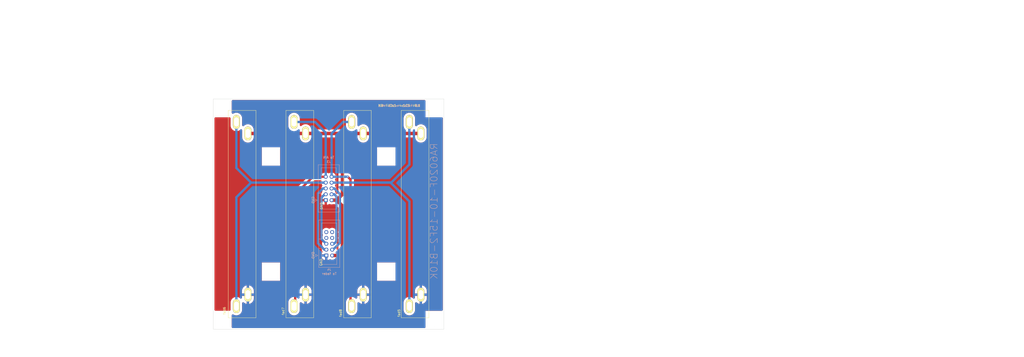
<source format=kicad_pcb>
(kicad_pcb (version 20221018) (generator pcbnew)
  (layers (0 "F.Cu" signal) (31 "B.Cu" signal) (34 "B.Paste" user) (35 "F.Paste" user) (36 "B.SilkS" user "B.Silkscreen") (37 "F.SilkS" user "F.Silkscreen") (38 "B.Mask" user) (39 "F.Mask" user) (44 "Edge.Cuts" user))
  (net 0 "")
  (net 1 "Net-(J3-A2)")
  (net 2 "Net-(J3-A3)")
  (net 3 "+3V0")
  (net 4 "GND")
  (net 5 "Net-(J3-A1)")
  (net 6 "Net-(J3-A0)")
  (net 7 "Net-(J3-A7)")
  (net 8 "Net-(J3-A6)")
  (net 9 "Net-(J3-A5)")
  (net 10 "Net-(J3-A4)")
  (footprint "MountingHole:MountingHole_3.2mm_M3" (layer "F.Cu") (at 155 65)
    (fp_text reference "H2" hide)
    (fp_text value "MountingHole" hide)
    (pad "" np_thru_hole circle (at 0 0) (size 3.2 3.2) (drill 3.2) (layers "*.Cu" "*.Mask"))
  )
  (footprint "MountingHole:MountingHole_3.2mm_M3" (layer "F.Cu") (at 155 115)
    (fp_text reference "H4" hide)
    (fp_text value "MountingHole" hide)
    (pad "" np_thru_hole circle (at 0 0) (size 3.2 3.2) (drill 3.2) (layers "*.Cu" "*.Mask"))
  )
  (footprint "ksir 2022:fader" (layer "F.Cu") (at 136.5 135)
    (fp_text reference "fad8" (at -1.3 -2 90 unlocked) (layer "F.SilkS"))
    (fp_text value "fad" hide)
    (fp_line (start 0 0) (end 0 -90) (stroke (width 0.15)) (layer "F.SilkS"))
    (fp_line (start 12 -90) (end 0 -90) (stroke (width 0.15)) (layer "F.SilkS"))
    (fp_line (start 12 -89) (end 12 -90) (stroke (width 0.15)) (layer "F.SilkS"))
    (fp_line (start 12 0) (end 0 0) (stroke (width 0.15)) (layer "F.SilkS"))
    (fp_line (start 12 0) (end 12 -89) (stroke (width 0.15)) (layer "F.SilkS"))
    (pad "1" thru_hole oval (at 8.5 -10) (size 3 6) (drill oval 2 4) (layers "*.Cu" "*.Mask" "F.SilkS") (net 4 "GND"))
    (pad "2" thru_hole oval (at 3.5 -85) (size 3 6) (drill oval 2 4) (layers "*.Cu" "*.Mask" "F.SilkS") (net 6 "Net-(J3-A0)"))
    (pad "2" thru_hole oval (at 3.5 -5) (size 3 6) (drill oval 2 4) (layers "*.Cu" "*.Mask" "F.SilkS") (net 6 "Net-(J3-A0)"))
    (pad "3" thru_hole oval (at 8.5 -80) (size 3 6) (drill oval 2 4) (layers "*.Cu" "*.Mask" "F.SilkS") (net 3 "+3V0"))
  )
  (footprint "MountingHole:MountingHole_3.2mm_M3" (layer "F.Cu") (at 105 115)
    (fp_text reference "H3" hide)
    (fp_text value "MountingHole" hide)
    (pad "" np_thru_hole circle (at 0 0) (size 3.2 3.2) (drill 3.2) (layers "*.Cu" "*.Mask"))
  )
  (footprint "ksir 2022:fader" (layer "F.Cu") (at 161.5 135)
    (fp_text reference "fad5" (at -1 -2 90 unlocked) (layer "F.SilkS"))
    (fp_text value "fad" hide)
    (fp_line (start 0 0) (end 0 -90) (stroke (width 0.15)) (layer "F.SilkS"))
    (fp_line (start 12 -90) (end 0 -90) (stroke (width 0.15)) (layer "F.SilkS"))
    (fp_line (start 12 -89) (end 12 -90) (stroke (width 0.15)) (layer "F.SilkS"))
    (fp_line (start 12 0) (end 0 0) (stroke (width 0.15)) (layer "F.SilkS"))
    (fp_line (start 12 0) (end 12 -89) (stroke (width 0.15)) (layer "F.SilkS"))
    (pad "1" thru_hole oval (at 8.5 -10) (size 3 6) (drill oval 2 4) (layers "*.Cu" "*.Mask" "F.SilkS") (net 4 "GND"))
    (pad "2" thru_hole oval (at 3.5 -85) (size 3 6) (drill oval 2 4) (layers "*.Cu" "*.Mask" "F.SilkS") (net 1 "Net-(J3-A2)"))
    (pad "2" thru_hole oval (at 3.5 -5) (size 3 6) (drill oval 2 4) (layers "*.Cu" "*.Mask" "F.SilkS") (net 1 "Net-(J3-A2)"))
    (pad "3" thru_hole oval (at 8.5 -80) (size 3 6) (drill oval 2 4) (layers "*.Cu" "*.Mask" "F.SilkS") (net 3 "+3V0"))
  )
  (footprint "MountingHole:MountingHole_3.2mm_M3" (layer "F.Cu") (at 105 65)
    (fp_text reference "H1" hide)
    (fp_text value "MountingHole" hide)
    (pad "" np_thru_hole circle (at 0 0) (size 3.2 3.2) (drill 3.2) (layers "*.Cu" "*.Mask"))
  )
  (footprint "ksir 2022:fader" (layer "F.Cu") (at 111.5 135)
    (fp_text reference "fad7" (at -1.2 -2.8 90 unlocked) (layer "F.SilkS"))
    (fp_text value "fad" hide)
    (fp_line (start 0 0) (end 0 -90) (stroke (width 0.15)) (layer "F.SilkS"))
    (fp_line (start 12 -90) (end 0 -90) (stroke (width 0.15)) (layer "F.SilkS"))
    (fp_line (start 12 -89) (end 12 -90) (stroke (width 0.15)) (layer "F.SilkS"))
    (fp_line (start 12 0) (end 0 0) (stroke (width 0.15)) (layer "F.SilkS"))
    (fp_line (start 12 0) (end 12 -89) (stroke (width 0.15)) (layer "F.SilkS"))
    (pad "1" thru_hole oval (at 8.5 -10) (size 3 6) (drill oval 2 4) (layers "*.Cu" "*.Mask" "F.SilkS") (net 4 "GND"))
    (pad "2" thru_hole oval (at 3.5 -85) (size 3 6) (drill oval 2 4) (layers "*.Cu" "*.Mask" "F.SilkS") (net 5 "Net-(J3-A1)"))
    (pad "2" thru_hole oval (at 3.5 -5) (size 3 6) (drill oval 2 4) (layers "*.Cu" "*.Mask" "F.SilkS") (net 5 "Net-(J3-A1)"))
    (pad "3" thru_hole oval (at 8.5 -80) (size 3 6) (drill oval 2 4) (layers "*.Cu" "*.Mask" "F.SilkS") (net 3 "+3V0"))
  )
  (footprint "ksir 2022:fader" (layer "F.Cu") (at 86.5 135)
    (fp_text reference "fad6" (at -1.7 -3 90 unlocked) (layer "F.SilkS"))
    (fp_text value "fad" hide)
    (fp_line (start 0 0) (end 0 -90) (stroke (width 0.15)) (layer "F.SilkS"))
    (fp_line (start 12 -90) (end 0 -90) (stroke (width 0.15)) (layer "F.SilkS"))
    (fp_line (start 12 -89) (end 12 -90) (stroke (width 0.15)) (layer "F.SilkS"))
    (fp_line (start 12 0) (end 0 0) (stroke (width 0.15)) (layer "F.SilkS"))
    (fp_line (start 12 0) (end 12 -89) (stroke (width 0.15)) (layer "F.SilkS"))
    (pad "1" thru_hole oval (at 8.5 -10) (size 3 6) (drill oval 2 4) (layers "*.Cu" "*.Mask" "F.SilkS") (net 4 "GND"))
    (pad "2" thru_hole oval (at 3.5 -85) (size 3 6) (drill oval 2 4) (layers "*.Cu" "*.Mask" "F.SilkS") (net 2 "Net-(J3-A3)"))
    (pad "2" thru_hole oval (at 3.5 -5) (size 3 6) (drill oval 2 4) (layers "*.Cu" "*.Mask" "F.SilkS") (net 2 "Net-(J3-A3)"))
    (pad "3" thru_hole oval (at 8.5 -80) (size 3 6) (drill oval 2 4) (layers "*.Cu" "*.Mask" "F.SilkS") (net 3 "+3V0"))
  )
  (footprint "MountingHole:MountingHole_3.2mm_M3" (layer "F.Cu") (at 176 44)
    (fp_text reference "H1" hide)
    (fp_text value "MountingHole" hide)
    (pad "" np_thru_hole circle (at 0 0) (size 3.2 3.2) (drill 3.2) (layers "*.Cu" "*.Mask"))
  )
  (footprint "MountingHole:MountingHole_3.2mm_M3" (layer "F.Cu") (at 84 136)
    (fp_text reference "H3" hide)
    (fp_text value "MountingHole" hide)
    (pad "" np_thru_hole circle (at 0 0) (size 3.2 3.2) (drill 3.2) (layers "*.Cu" "*.Mask"))
  )
  (footprint "MountingHole:MountingHole_3.2mm_M3" (layer "F.Cu") (at 84 44)
    (fp_text reference "H4" hide)
    (fp_text value "MountingHole" hide)
    (pad "" np_thru_hole circle (at 0 0) (size 3.2 3.2) (drill 3.2) (layers "*.Cu" "*.Mask"))
  )
  (footprint "MountingHole:MountingHole_3.2mm_M3" (layer "F.Cu") (at 176 136)
    (fp_text reference "H2" hide)
    (fp_text value "MountingHole" hide)
    (pad "" np_thru_hole circle (at 0 0) (size 3.2 3.2) (drill 3.2) (layers "*.Cu" "*.Mask"))
  )
  (footprint "Connector_IDC:IDC-Header_2x05_P2.54mm_Vertical" (layer "B.Cu") (at 128.7535 83.968)
    (fp_text reference "J3" (at 1.3465 -16.668) (layer "B.SilkS") (effects (justify mirror)))
    (fp_text value "IDC-Header_2x05_P2.54mm_Vertical" hide)
    (fp_line (start -4.68 -0.5) (end -3.68 0) (stroke (width 0.12)) (layer "B.SilkS"))
    (fp_line (start -4.68 0.5) (end -4.68 -0.5) (stroke (width 0.12)) (layer "B.SilkS"))
    (fp_line (start -3.68 0) (end -4.68 0.5) (stroke (width 0.12)) (layer "B.SilkS"))
    (fp_line (start -3.29 -15.37) (end -3.29 5.21) (stroke (width 0.12)) (layer "B.SilkS"))
    (fp_line (start -3.29 -3.03) (end -1.98 -3.03) (stroke (width 0.12)) (layer "B.SilkS"))
    (fp_line (start -3.29 5.21) (end 5.83 5.21) (stroke (width 0.12)) (layer "B.SilkS"))
    (fp_line (start -1.98 -14.07) (end -1.98 -7.13) (stroke (width 0.12)) (layer "B.SilkS"))
    (fp_line (start -1.98 -7.13) (end -3.29 -7.13) (stroke (width 0.12)) (layer "B.SilkS"))
    (fp_line (start -1.98 -7.13) (end -1.98 -7.13) (stroke (width 0.12)) (layer "B.SilkS"))
    (fp_line (start -1.98 -3.03) (end -1.98 3.91) (stroke (width 0.12)) (layer "B.SilkS"))
    (fp_line (start -1.98 3.91) (end 4.52 3.91) (stroke (width 0.12)) (layer "B.SilkS"))
    (fp_line (start 4.52 -14.07) (end -1.98 -14.07) (stroke (width 0.12)) (layer "B.SilkS"))
    (fp_line (start 4.52 3.91) (end 4.52 -14.07) (stroke (width 0.12)) (layer "B.SilkS"))
    (fp_line (start 5.83 -15.37) (end -3.29 -15.37) (stroke (width 0.12)) (layer "B.SilkS"))
    (fp_line (start 5.83 5.21) (end 5.83 -15.37) (stroke (width 0.12)) (layer "B.SilkS"))
    (pad "1" thru_hole roundrect (at 0 0) (size 1.7 1.7) (drill 1) (layers "F&B.Cu" "*.Mask") (roundrect_rratio 0.1470588235) (net 4 "GND"))
    (pad "2" thru_hole circle (at 2.54 0) (size 1.7 1.7) (drill 1) (layers "F&B.Cu" "*.Mask") (net 3 "+3V0"))
    (pad "3" thru_hole circle (at 0 -2.54) (size 1.7 1.7) (drill 1) (layers "F&B.Cu" "*.Mask") (net 7 "Net-(J3-A7)"))
    (pad "4" thru_hole circle (at 2.54 -2.54) (size 1.7 1.7) (drill 1) (layers "F&B.Cu" "*.Mask") (net 8 "Net-(J3-A6)"))
    (pad "5" thru_hole circle (at 0 -5.08) (size 1.7 1.7) (drill 1) (layers "F&B.Cu" "*.Mask") (net 9 "Net-(J3-A5)"))
    (pad "6" thru_hole circle (at 2.54 -5.08) (size 1.7 1.7) (drill 1) (layers "F&B.Cu" "*.Mask") (net 10 "Net-(J3-A4)"))
    (pad "7" thru_hole circle (at 0 -7.62) (size 1.7 1.7) (drill 1) (layers "F&B.Cu" "*.Mask") (net 2 "Net-(J3-A3)"))
    (pad "8" thru_hole circle (at 2.54 -7.62) (size 1.7 1.7) (drill 1) (layers "F&B.Cu" "*.Mask") (net 1 "Net-(J3-A2)"))
    (pad "9" thru_hole circle (at 0 -10.16) (size 1.7 1.7) (drill 1) (layers "F&B.Cu" "*.Mask") (net 5 "Net-(J3-A1)"))
    (pad "10" thru_hole circle (at 2.54 -10.16) (size 1.7 1.7) (drill 1) (layers "F&B.Cu" "*.Mask") (net 6 "Net-(J3-A0)"))
  )
  (footprint "Connector_IDC:IDC-Header_2x05_P2.54mm_Vertical" (layer "B.Cu") (at 129 108)
    (fp_text reference "J4" (at 1.27 6.1) (layer "B.SilkS") (effects (justify mirror)))
    (fp_text value "IDC-Header_2x05_P2.54mm_Vertical" hide)
    (fp_line (start -4.68 -0.5) (end -3.68 0) (stroke (width 0.12)) (layer "B.SilkS"))
    (fp_line (start -4.68 0.5) (end -4.68 -0.5) (stroke (width 0.12)) (layer "B.SilkS"))
    (fp_line (start -3.68 0) (end -4.68 0.5) (stroke (width 0.12)) (layer "B.SilkS"))
    (fp_line (start -3.29 -15.37) (end -3.29 5.21) (stroke (width 0.12)) (layer "B.SilkS"))
    (fp_line (start -3.29 -3.03) (end -1.98 -3.03) (stroke (width 0.12)) (layer "B.SilkS"))
    (fp_line (start -3.29 5.21) (end 5.83 5.21) (stroke (width 0.12)) (layer "B.SilkS"))
    (fp_line (start -1.98 -14.07) (end -1.98 -7.13) (stroke (width 0.12)) (layer "B.SilkS"))
    (fp_line (start -1.98 -7.13) (end -3.29 -7.13) (stroke (width 0.12)) (layer "B.SilkS"))
    (fp_line (start -1.98 -7.13) (end -1.98 -7.13) (stroke (width 0.12)) (layer "B.SilkS"))
    (fp_line (start -1.98 -3.03) (end -1.98 3.91) (stroke (width 0.12)) (layer "B.SilkS"))
    (fp_line (start -1.98 3.91) (end 4.52 3.91) (stroke (width 0.12)) (layer "B.SilkS"))
    (fp_line (start 4.52 -14.07) (end -1.98 -14.07) (stroke (width 0.12)) (layer "B.SilkS"))
    (fp_line (start 4.52 3.91) (end 4.52 -14.07) (stroke (width 0.12)) (layer "B.SilkS"))
    (fp_line (start 5.83 -15.37) (end -3.29 -15.37) (stroke (width 0.12)) (layer "B.SilkS"))
    (fp_line (start 5.83 5.21) (end 5.83 -15.37) (stroke (width 0.12)) (layer "B.SilkS"))
    (pad "1" thru_hole roundrect (at 0 0) (size 1.7 1.7) (drill 1) (layers "F&B.Cu" "*.Mask") (roundrect_rratio 0.1470588235) (net 4 "GND"))
    (pad "2" thru_hole circle (at 2.54 0) (size 1.7 1.7) (drill 1) (layers "F&B.Cu" "*.Mask") (net 3 "+3V0"))
    (pad "3" thru_hole circle (at 0 -2.54) (size 1.7 1.7) (drill 1) (layers "F&B.Cu" "*.Mask") (net 9 "Net-(J3-A5)"))
    (pad "4" thru_hole circle (at 2.54 -2.54) (size 1.7 1.7) (drill 1) (layers "F&B.Cu" "*.Mask") (net 10 "Net-(J3-A4)"))
    (pad "5" thru_hole circle (at 0 -5.08) (size 1.7 1.7) (drill 1) (layers "F&B.Cu" "*.Mask") (net 7 "Net-(J3-A7)"))
    (pad "6" thru_hole circle (at 2.54 -5.08) (size 1.7 1.7) (drill 1) (layers "F&B.Cu" "*.Mask") (net 8 "Net-(J3-A6)"))
    (pad "7" thru_hole circle (at 0 -7.62) (size 1.7 1.7) (drill 1) (layers "F&B.Cu" "*.Mask"))
    (pad "8" thru_hole circle (at 2.54 -7.62) (size 1.7 1.7) (drill 1) (layers "F&B.Cu" "*.Mask"))
    (pad "9" thru_hole circle (at 0 -10.16) (size 1.7 1.7) (drill 1) (layers "F&B.Cu" "*.Mask"))
    (pad "10" thru_hole circle (at 2.54 -10.16) (size 1.7 1.7) (drill 1) (layers "F&B.Cu" "*.Mask"))
  )
  (gr_poly (pts (xy 180 140) (xy 80 140) (xy 80 40) (xy 180 40)) (stroke (width 0.1)) (fill none) (layer "Edge.Cuts"))
  (gr_text "RA6020F-10-15F2-B10K" (at 175.7 88.8 90) (layer "B.SilkS") (effects (font (size 3 3)) (justify mirror)))
  (gr_text "MB-FADs1-4x1CS-V0.1" (at 160.6 42.95) (layer "B.SilkS") (effects (font (size 1 1)) (justify mirror)))
  (gr_text "To fader" (at 130.3 115.9) (layer "B.SilkS") (effects (font (size 1 1)) (justify mirror)))
  (gr_text "To AIN" (at 130 65.4) (layer "B.SilkS") (effects (font (size 1 1)) (justify mirror)))
  (gr_text "GND" (at 122.6 109.5 -90) (layer "B.SilkS") (effects (font (size 1 1)) (justify left bottom mirror)))
  (gr_text "GND" (at 122.6 85.5 -90) (layer "B.SilkS") (effects (font (size 1 1)) (justify left bottom mirror)))
  (gr_text "GND" (at 127.3 112.6 90) (layer "F.SilkS") (effects (font (size 1 1)) (justify left bottom)))
  (gr_text "GND" (at 127.5 88.1 90) (layer "F.SilkS") (effects (font (size 1 1)) (justify left bottom)))
  (gr_text "MB-FADs1-4x1CS-V0.1" (at 160.6 42.9) (layer "F.SilkS") (effects (font (size 1 1))))
  (segment (start 165 130) (end 165 84.5) (width 1) (layer "B.Cu") (net 1))
  (segment (start 165 84.5) (end 156.848 76.348) (width 1) (layer "B.Cu") (net 1))
  (segment (start 157.152 76.348) (end 151.394641 76.348) (width 1) (layer "B.Cu") (net 1))
  (segment (start 151.394641 76.348) (end 131.2935 76.348) (width 1) (layer "B.Cu") (net 1))
  (segment (start 165 50) (end 165 68.5) (width 1) (layer "B.Cu") (net 1))
  (segment (start 165 68.5) (end 157.152 76.348) (width 1) (layer "B.Cu") (net 1))
  (segment (start 156.848 76.348) (end 151.394641 76.348) (width 1) (layer "B.Cu") (net 1))
  (segment (start 90 82.696) (end 96.348 76.348) (width 1) (layer "B.Cu") (net 2))
  (segment (start 96.348 76.348) (end 128.7535 76.348) (width 1) (layer "B.Cu") (net 2))
  (segment (start 90 50) (end 90 70) (width 1) (layer "B.Cu") (net 2))
  (segment (start 90 70) (end 96.348 76.348) (width 1) (layer "B.Cu") (net 2))
  (segment (start 90 130) (end 90 82.696) (width 1) (layer "B.Cu") (net 2))
  (segment (start 133.468 83.968) (end 136 86.5) (width 1.5) (layer "F.Cu") (net 3))
  (segment (start 131.54 108) (end 134 108) (width 1.5) (layer "F.Cu") (net 3))
  (segment (start 134 108) (end 136 106) (width 1.5) (layer "F.Cu") (net 3))
  (segment (start 96.5 55) (end 120.5 55) (width 1.5) (layer "F.Cu") (net 3))
  (segment (start 133.468 83.968) (end 136 81.436) (width 1.5) (layer "F.Cu") (net 3))
  (segment (start 136 106) (end 136 86.5) (width 1.5) (layer "F.Cu") (net 3))
  (segment (start 120.5 55) (end 135.5 55) (width 1.5) (layer "F.Cu") (net 3))
  (segment (start 136 81.436) (end 136 55.5) (width 1.5) (layer "F.Cu") (net 3))
  (segment (start 131.2935 83.968) (end 133.468 83.968) (width 1.5) (layer "F.Cu") (net 3))
  (segment (start 144.5 55) (end 168.5 55) (width 1.5) (layer "F.Cu") (net 3))
  (segment (start 135.5 55) (end 144.5 55) (width 1.5) (layer "F.Cu") (net 3))
  (segment (start 136 55.5) (end 135.5 55) (width 1.5) (layer "F.Cu") (net 3))
  (segment (start 115.5 81.5) (end 115.5 130) (width 1) (layer "F.Cu") (net 5))
  (segment (start 123.192 73.808) (end 115.5 81.5) (width 1) (layer "F.Cu") (net 5))
  (segment (start 128.7535 73.808) (end 123.192 73.808) (width 1) (layer "F.Cu") (net 5))
  (segment (start 128.7535 54.6535) (end 128.7535 73.808) (width 1) (layer "B.Cu") (net 5))
  (segment (start 124.1 50) (end 128.7535 54.6535) (width 1) (layer "B.Cu") (net 5))
  (segment (start 115.5 50) (end 124.1 50) (width 1) (layer "B.Cu") (net 5))
  (segment (start 139.5 75) (end 139.5 129.5) (width 1) (layer "F.Cu") (net 6))
  (segment (start 138.3 73.8) (end 139.5 75) (width 1) (layer "F.Cu") (net 6))
  (segment (start 139.5 129.5) (end 140 130) (width 1) (layer "F.Cu") (net 6))
  (via (at 138.3 73.8) (size 0.8) (drill 0.4) (layers "F.Cu" "B.Cu") (net 6))
  (segment (start 136.3 50) (end 139.5 50) (width 1) (layer "B.Cu") (net 6))
  (segment (start 131.2935 55.0065) (end 136.3 50) (width 1) (layer "B.Cu") (net 6))
  (segment (start 138.3 73.8) (end 137.2 73.8) (width 1) (layer "B.Cu") (net 6))
  (segment (start 131.2935 73.808) (end 131.2935 55.0065) (width 1) (layer "B.Cu") (net 6))
  (segment (start 137.2 73.8) (end 137.192 73.808) (width 1) (layer "B.Cu") (net 6))
  (segment (start 137.192 73.808) (end 131.2935 73.808) (width 1) (layer "B.Cu") (net 6))
  (segment (start 126.9035 82.8145) (end 126.9035 100.899796) (width 1) (layer "B.Cu") (net 7))
  (segment (start 128.923704 102.92) (end 129 102.92) (width 1) (layer "B.Cu") (net 7))
  (segment (start 128.29 81.428) (end 126.9035 82.8145) (width 1) (layer "B.Cu") (net 7))
  (segment (start 126.9035 100.899796) (end 128.923704 102.92) (width 1) (layer "B.Cu") (net 7))
  (segment (start 128.7535 81.428) (end 128.29 81.428) (width 1) (layer "B.Cu") (net 7))
  (segment (start 133.39 101.87) (end 132.34 102.92) (width 1) (layer "B.Cu") (net 8))
  (segment (start 132.495581 81.428) (end 133.39 82.322419) (width 1) (layer "B.Cu") (net 8))
  (segment (start 132.34 102.92) (end 131.54 102.92) (width 1) (layer "B.Cu") (net 8))
  (segment (start 131.2935 81.428) (end 132.495581 81.428) (width 1) (layer "B.Cu") (net 8))
  (segment (start 133.39 82.322419) (end 133.39 101.87) (width 1) (layer "B.Cu") (net 8))
  (segment (start 128.7535 78.888) (end 127.551419 78.888) (width 1) (layer "B.Cu") (net 9))
  (segment (start 128.16 105.46) (end 129 105.46) (width 1) (layer "B.Cu") (net 9))
  (segment (start 125.4035 102.7035) (end 128.16 105.46) (width 1) (layer "B.Cu") (net 9))
  (segment (start 127.551419 78.888) (end 125.4035 81.035919) (width 1) (layer "B.Cu") (net 9))
  (segment (start 125.4035 81.035919) (end 125.4035 102.7035) (width 1) (layer "B.Cu") (net 9))
  (segment (start 131.92132 105.46) (end 131.54 105.46) (width 1) (layer "B.Cu") (net 10))
  (segment (start 132.495581 78.888) (end 134.89 81.282419) (width 1) (layer "B.Cu") (net 10))
  (segment (start 134.89 81.282419) (end 134.89 102.49132) (width 1) (layer "B.Cu") (net 10))
  (segment (start 134.89 102.49132) (end 131.92132 105.46) (width 1) (layer "B.Cu") (net 10))
  (segment (start 131.2935 78.888) (end 132.495581 78.888) (width 1) (layer "B.Cu") (net 10))
  (zone (net 4) (net_name "GND") (layers "F&B.Cu") (connect_pads (clearance 1)) (min_thickness 0.9) (fill yes (thermal_gap 1.1) (thermal_bridge_width 1))
    (polygon (pts (xy 179.5 40.5) (xy 80.5 40.5) (xy 80.5 139.5) (xy 179.5 139.5)))
  )
  (zone (net 0) (net_name "") (layers "F&B.Cu" "Eco1.User") (connect_pads (clearance 0)) (min_thickness 0.254)
    (keepout (tracks allowed) (vias allowed) (pads allowed) (copperpour not_allowed) (footprints allowed))
    (fill (thermal_gap 0.508) (thermal_bridge_width 0.508))
    (polygon (pts (xy 88 140) (xy 80 140) (xy 80 132) (xy 88 132)))
  )
  (zone (net 0) (net_name "") (layers "F&B.Cu" "Eco1.User") (connect_pads (clearance 0)) (min_thickness 0.254)
    (keepout (tracks allowed) (vias allowed) (pads allowed) (copperpour not_allowed) (footprints allowed))
    (fill (thermal_gap 0.508) (thermal_bridge_width 0.508))
    (polygon (pts (xy 159 119) (xy 151 119) (xy 151 111) (xy 159 111)))
  )
  (zone (net 0) (net_name "") (layers "F&B.Cu" "Eco1.User") (connect_pads (clearance 0)) (min_thickness 0.254)
    (keepout (tracks allowed) (vias allowed) (pads allowed) (copperpour not_allowed) (footprints allowed))
    (fill (thermal_gap 0.508) (thermal_bridge_width 0.508))
    (polygon (pts (xy 159 69) (xy 151 69) (xy 151 61) (xy 159 61)))
  )
  (zone (net 0) (net_name "") (layers "F&B.Cu" "Eco1.User") (connect_pads (clearance 0)) (min_thickness 0.254)
    (keepout (tracks allowed) (vias allowed) (pads allowed) (copperpour not_allowed) (footprints allowed))
    (fill (thermal_gap 0.508) (thermal_bridge_width 0.508))
    (polygon (pts (xy 180 140) (xy 172 140) (xy 172 132) (xy 180 132)))
  )
  (zone (net 0) (net_name "") (layers "F&B.Cu" "Eco1.User") (connect_pads (clearance 0)) (min_thickness 0.254)
    (keepout (tracks allowed) (vias allowed) (pads allowed) (copperpour not_allowed) (footprints allowed))
    (fill (thermal_gap 0.508) (thermal_bridge_width 0.508))
    (polygon (pts (xy 88 48) (xy 80 48) (xy 80 40) (xy 88 40)))
  )
  (zone (net 0) (net_name "") (layers "F&B.Cu" "Eco1.User") (connect_pads (clearance 0)) (min_thickness 0.254)
    (keepout (tracks allowed) (vias allowed) (pads allowed) (copperpour not_allowed) (footprints allowed))
    (fill (thermal_gap 0.508) (thermal_bridge_width 0.508))
    (polygon (pts (xy 109 69) (xy 101 69) (xy 101 61) (xy 109 61)))
  )
  (zone (net 0) (net_name "") (layers "F&B.Cu" "Eco1.User") (connect_pads (clearance 0)) (min_thickness 0.254)
    (keepout (tracks allowed) (vias allowed) (pads allowed) (copperpour not_allowed) (footprints allowed))
    (fill (thermal_gap 0.508) (thermal_bridge_width 0.508))
    (polygon (pts (xy 109 119) (xy 101 119) (xy 101 111) (xy 109 111)))
  )
  (zone (net 0) (net_name "") (layers "F&B.Cu" "Eco1.User") (connect_pads (clearance 0)) (min_thickness 0.254)
    (keepout (tracks allowed) (vias allowed) (pads allowed) (copperpour not_allowed) (footprints allowed))
    (fill (thermal_gap 0.508) (thermal_bridge_width 0.508))
    (polygon (pts (xy 180 48) (xy 172 48) (xy 172 40) (xy 180 40)))
  )
)
</source>
